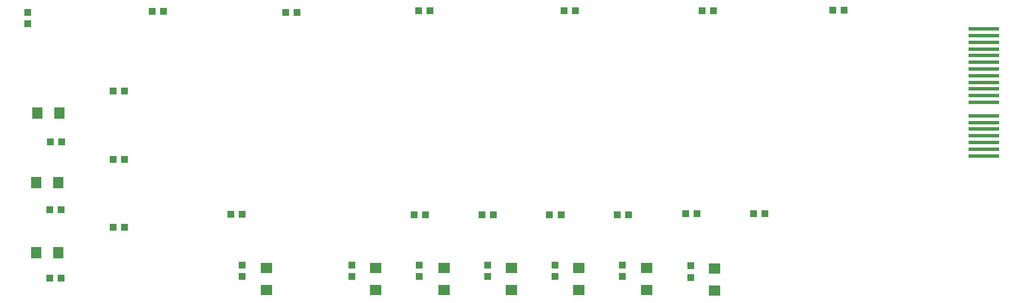
<source format=gbp>
G04*
G04 #@! TF.GenerationSoftware,Altium Limited,Altium Designer,22.11.1 (43)*
G04*
G04 Layer_Color=128*
%FSAX25Y25*%
%MOIN*%
G70*
G04*
G04 #@! TF.SameCoordinates,EBA4B4AC-1B08-4463-AFC9-2197B451F785*
G04*
G04*
G04 #@! TF.FilePolarity,Positive*
G04*
G01*
G75*
%ADD17R,0.04331X0.03937*%
%ADD18R,0.03937X0.04331*%
%ADD19R,0.18300X0.02400*%
%ADD54R,0.07000X0.06000*%
%ADD55R,0.06000X0.07000*%
D17*
X0204725Y0244094D02*
D03*
X0211417D02*
D03*
X0289764Y0244882D02*
D03*
X0283071D02*
D03*
X0375394D02*
D03*
X0368701D02*
D03*
X0456890D02*
D03*
X0450197D02*
D03*
X0533858Y0245276D02*
D03*
X0527166D02*
D03*
X0125984Y0244488D02*
D03*
X0132677D02*
D03*
X0179134Y0124882D02*
D03*
X0172441D02*
D03*
X0109842Y0197638D02*
D03*
X0103150D02*
D03*
X0072441Y0087402D02*
D03*
X0065748D02*
D03*
X0072441Y0127559D02*
D03*
X0065748D02*
D03*
X0109843Y0117323D02*
D03*
X0103150D02*
D03*
X0072835Y0167717D02*
D03*
X0066142D02*
D03*
X0109842Y0157480D02*
D03*
X0103150D02*
D03*
X0280315Y0124803D02*
D03*
X0287008D02*
D03*
X0320275Y0124803D02*
D03*
X0326968D02*
D03*
X0360236Y0124803D02*
D03*
X0366929D02*
D03*
X0400000Y0124803D02*
D03*
X0406693D02*
D03*
X0440312Y0125211D02*
D03*
X0447005D02*
D03*
X0480315Y0125197D02*
D03*
X0487008D02*
D03*
D18*
X0052756Y0244094D02*
D03*
Y0237402D02*
D03*
X0179134Y0094882D02*
D03*
Y0088189D02*
D03*
X0243701Y0094882D02*
D03*
Y0088189D02*
D03*
X0283465Y0094882D02*
D03*
Y0088189D02*
D03*
X0323622Y0094882D02*
D03*
Y0088189D02*
D03*
X0363386Y0094882D02*
D03*
Y0088189D02*
D03*
X0403150Y0094882D02*
D03*
Y0088189D02*
D03*
X0443307Y0094488D02*
D03*
Y0087795D02*
D03*
D19*
X0616142Y0234252D02*
D03*
Y0159449D02*
D03*
Y0163386D02*
D03*
Y0167323D02*
D03*
Y0171260D02*
D03*
Y0175197D02*
D03*
Y0179134D02*
D03*
Y0183071D02*
D03*
Y0190945D02*
D03*
Y0194882D02*
D03*
Y0202756D02*
D03*
Y0206693D02*
D03*
Y0210630D02*
D03*
Y0214567D02*
D03*
Y0218504D02*
D03*
Y0222441D02*
D03*
Y0226378D02*
D03*
Y0230315D02*
D03*
Y0198819D02*
D03*
D54*
X0193307Y0080307D02*
D03*
Y0093307D02*
D03*
X0257874Y0080307D02*
D03*
Y0093307D02*
D03*
X0298031Y0080315D02*
D03*
Y0093315D02*
D03*
X0337795Y0080307D02*
D03*
Y0093307D02*
D03*
X0377559Y0080307D02*
D03*
Y0093307D02*
D03*
X0417323Y0080315D02*
D03*
Y0093315D02*
D03*
X0457480Y0079913D02*
D03*
Y0092913D02*
D03*
D55*
X0057866Y0102362D02*
D03*
X0070866D02*
D03*
X0057866Y0143701D02*
D03*
X0070866D02*
D03*
X0058260Y0184646D02*
D03*
X0071260D02*
D03*
M02*

</source>
